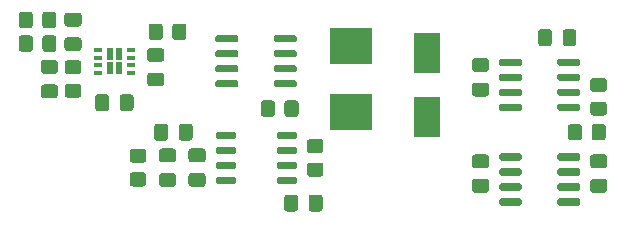
<source format=gtp>
G04 #@! TF.GenerationSoftware,KiCad,Pcbnew,(5.1.10)-1*
G04 #@! TF.CreationDate,2021-10-14T23:30:01+01:00*
G04 #@! TF.ProjectId,Battery,42617474-6572-4792-9e6b-696361645f70,rev?*
G04 #@! TF.SameCoordinates,Original*
G04 #@! TF.FileFunction,Paste,Top*
G04 #@! TF.FilePolarity,Positive*
%FSLAX46Y46*%
G04 Gerber Fmt 4.6, Leading zero omitted, Abs format (unit mm)*
G04 Created by KiCad (PCBNEW (5.1.10)-1) date 2021-10-14 23:30:01*
%MOMM*%
%LPD*%
G01*
G04 APERTURE LIST*
%ADD10R,0.650000X0.350000*%
%ADD11R,0.600000X1.000000*%
%ADD12R,3.600000X3.100000*%
%ADD13R,2.300000X3.500000*%
G04 APERTURE END LIST*
G36*
G01*
X196525000Y-49450000D02*
X197475000Y-49450000D01*
G75*
G02*
X197725000Y-49700000I0J-250000D01*
G01*
X197725000Y-50375000D01*
G75*
G02*
X197475000Y-50625000I-250000J0D01*
G01*
X196525000Y-50625000D01*
G75*
G02*
X196275000Y-50375000I0J250000D01*
G01*
X196275000Y-49700000D01*
G75*
G02*
X196525000Y-49450000I250000J0D01*
G01*
G37*
G36*
G01*
X196525000Y-47375000D02*
X197475000Y-47375000D01*
G75*
G02*
X197725000Y-47625000I0J-250000D01*
G01*
X197725000Y-48300000D01*
G75*
G02*
X197475000Y-48550000I-250000J0D01*
G01*
X196525000Y-48550000D01*
G75*
G02*
X196275000Y-48300000I0J250000D01*
G01*
X196275000Y-47625000D01*
G75*
G02*
X196525000Y-47375000I250000J0D01*
G01*
G37*
G36*
G01*
X238000000Y-51745000D02*
X238000000Y-51445000D01*
G75*
G02*
X238150000Y-51295000I150000J0D01*
G01*
X239800000Y-51295000D01*
G75*
G02*
X239950000Y-51445000I0J-150000D01*
G01*
X239950000Y-51745000D01*
G75*
G02*
X239800000Y-51895000I-150000J0D01*
G01*
X238150000Y-51895000D01*
G75*
G02*
X238000000Y-51745000I0J150000D01*
G01*
G37*
G36*
G01*
X238000000Y-53015000D02*
X238000000Y-52715000D01*
G75*
G02*
X238150000Y-52565000I150000J0D01*
G01*
X239800000Y-52565000D01*
G75*
G02*
X239950000Y-52715000I0J-150000D01*
G01*
X239950000Y-53015000D01*
G75*
G02*
X239800000Y-53165000I-150000J0D01*
G01*
X238150000Y-53165000D01*
G75*
G02*
X238000000Y-53015000I0J150000D01*
G01*
G37*
G36*
G01*
X238000000Y-54285000D02*
X238000000Y-53985000D01*
G75*
G02*
X238150000Y-53835000I150000J0D01*
G01*
X239800000Y-53835000D01*
G75*
G02*
X239950000Y-53985000I0J-150000D01*
G01*
X239950000Y-54285000D01*
G75*
G02*
X239800000Y-54435000I-150000J0D01*
G01*
X238150000Y-54435000D01*
G75*
G02*
X238000000Y-54285000I0J150000D01*
G01*
G37*
G36*
G01*
X238000000Y-55555000D02*
X238000000Y-55255000D01*
G75*
G02*
X238150000Y-55105000I150000J0D01*
G01*
X239800000Y-55105000D01*
G75*
G02*
X239950000Y-55255000I0J-150000D01*
G01*
X239950000Y-55555000D01*
G75*
G02*
X239800000Y-55705000I-150000J0D01*
G01*
X238150000Y-55705000D01*
G75*
G02*
X238000000Y-55555000I0J150000D01*
G01*
G37*
G36*
G01*
X233050000Y-55555000D02*
X233050000Y-55255000D01*
G75*
G02*
X233200000Y-55105000I150000J0D01*
G01*
X234850000Y-55105000D01*
G75*
G02*
X235000000Y-55255000I0J-150000D01*
G01*
X235000000Y-55555000D01*
G75*
G02*
X234850000Y-55705000I-150000J0D01*
G01*
X233200000Y-55705000D01*
G75*
G02*
X233050000Y-55555000I0J150000D01*
G01*
G37*
G36*
G01*
X233050000Y-54285000D02*
X233050000Y-53985000D01*
G75*
G02*
X233200000Y-53835000I150000J0D01*
G01*
X234850000Y-53835000D01*
G75*
G02*
X235000000Y-53985000I0J-150000D01*
G01*
X235000000Y-54285000D01*
G75*
G02*
X234850000Y-54435000I-150000J0D01*
G01*
X233200000Y-54435000D01*
G75*
G02*
X233050000Y-54285000I0J150000D01*
G01*
G37*
G36*
G01*
X233050000Y-53015000D02*
X233050000Y-52715000D01*
G75*
G02*
X233200000Y-52565000I150000J0D01*
G01*
X234850000Y-52565000D01*
G75*
G02*
X235000000Y-52715000I0J-150000D01*
G01*
X235000000Y-53015000D01*
G75*
G02*
X234850000Y-53165000I-150000J0D01*
G01*
X233200000Y-53165000D01*
G75*
G02*
X233050000Y-53015000I0J150000D01*
G01*
G37*
G36*
G01*
X233050000Y-51745000D02*
X233050000Y-51445000D01*
G75*
G02*
X233200000Y-51295000I150000J0D01*
G01*
X234850000Y-51295000D01*
G75*
G02*
X235000000Y-51445000I0J-150000D01*
G01*
X235000000Y-51745000D01*
G75*
G02*
X234850000Y-51895000I-150000J0D01*
G01*
X233200000Y-51895000D01*
G75*
G02*
X233050000Y-51745000I0J150000D01*
G01*
G37*
G36*
G01*
X238000000Y-59745000D02*
X238000000Y-59445000D01*
G75*
G02*
X238150000Y-59295000I150000J0D01*
G01*
X239800000Y-59295000D01*
G75*
G02*
X239950000Y-59445000I0J-150000D01*
G01*
X239950000Y-59745000D01*
G75*
G02*
X239800000Y-59895000I-150000J0D01*
G01*
X238150000Y-59895000D01*
G75*
G02*
X238000000Y-59745000I0J150000D01*
G01*
G37*
G36*
G01*
X238000000Y-61015000D02*
X238000000Y-60715000D01*
G75*
G02*
X238150000Y-60565000I150000J0D01*
G01*
X239800000Y-60565000D01*
G75*
G02*
X239950000Y-60715000I0J-150000D01*
G01*
X239950000Y-61015000D01*
G75*
G02*
X239800000Y-61165000I-150000J0D01*
G01*
X238150000Y-61165000D01*
G75*
G02*
X238000000Y-61015000I0J150000D01*
G01*
G37*
G36*
G01*
X238000000Y-62285000D02*
X238000000Y-61985000D01*
G75*
G02*
X238150000Y-61835000I150000J0D01*
G01*
X239800000Y-61835000D01*
G75*
G02*
X239950000Y-61985000I0J-150000D01*
G01*
X239950000Y-62285000D01*
G75*
G02*
X239800000Y-62435000I-150000J0D01*
G01*
X238150000Y-62435000D01*
G75*
G02*
X238000000Y-62285000I0J150000D01*
G01*
G37*
G36*
G01*
X238000000Y-63555000D02*
X238000000Y-63255000D01*
G75*
G02*
X238150000Y-63105000I150000J0D01*
G01*
X239800000Y-63105000D01*
G75*
G02*
X239950000Y-63255000I0J-150000D01*
G01*
X239950000Y-63555000D01*
G75*
G02*
X239800000Y-63705000I-150000J0D01*
G01*
X238150000Y-63705000D01*
G75*
G02*
X238000000Y-63555000I0J150000D01*
G01*
G37*
G36*
G01*
X233050000Y-63555000D02*
X233050000Y-63255000D01*
G75*
G02*
X233200000Y-63105000I150000J0D01*
G01*
X234850000Y-63105000D01*
G75*
G02*
X235000000Y-63255000I0J-150000D01*
G01*
X235000000Y-63555000D01*
G75*
G02*
X234850000Y-63705000I-150000J0D01*
G01*
X233200000Y-63705000D01*
G75*
G02*
X233050000Y-63555000I0J150000D01*
G01*
G37*
G36*
G01*
X233050000Y-62285000D02*
X233050000Y-61985000D01*
G75*
G02*
X233200000Y-61835000I150000J0D01*
G01*
X234850000Y-61835000D01*
G75*
G02*
X235000000Y-61985000I0J-150000D01*
G01*
X235000000Y-62285000D01*
G75*
G02*
X234850000Y-62435000I-150000J0D01*
G01*
X233200000Y-62435000D01*
G75*
G02*
X233050000Y-62285000I0J150000D01*
G01*
G37*
G36*
G01*
X233050000Y-61015000D02*
X233050000Y-60715000D01*
G75*
G02*
X233200000Y-60565000I150000J0D01*
G01*
X234850000Y-60565000D01*
G75*
G02*
X235000000Y-60715000I0J-150000D01*
G01*
X235000000Y-61015000D01*
G75*
G02*
X234850000Y-61165000I-150000J0D01*
G01*
X233200000Y-61165000D01*
G75*
G02*
X233050000Y-61015000I0J150000D01*
G01*
G37*
G36*
G01*
X233050000Y-59745000D02*
X233050000Y-59445000D01*
G75*
G02*
X233200000Y-59295000I150000J0D01*
G01*
X234850000Y-59295000D01*
G75*
G02*
X235000000Y-59445000I0J-150000D01*
G01*
X235000000Y-59745000D01*
G75*
G02*
X234850000Y-59895000I-150000J0D01*
G01*
X233200000Y-59895000D01*
G75*
G02*
X233050000Y-59745000I0J150000D01*
G01*
G37*
G36*
G01*
X214240000Y-57915000D02*
X214240000Y-57615000D01*
G75*
G02*
X214390000Y-57465000I150000J0D01*
G01*
X215840000Y-57465000D01*
G75*
G02*
X215990000Y-57615000I0J-150000D01*
G01*
X215990000Y-57915000D01*
G75*
G02*
X215840000Y-58065000I-150000J0D01*
G01*
X214390000Y-58065000D01*
G75*
G02*
X214240000Y-57915000I0J150000D01*
G01*
G37*
G36*
G01*
X214240000Y-59185000D02*
X214240000Y-58885000D01*
G75*
G02*
X214390000Y-58735000I150000J0D01*
G01*
X215840000Y-58735000D01*
G75*
G02*
X215990000Y-58885000I0J-150000D01*
G01*
X215990000Y-59185000D01*
G75*
G02*
X215840000Y-59335000I-150000J0D01*
G01*
X214390000Y-59335000D01*
G75*
G02*
X214240000Y-59185000I0J150000D01*
G01*
G37*
G36*
G01*
X214240000Y-60455000D02*
X214240000Y-60155000D01*
G75*
G02*
X214390000Y-60005000I150000J0D01*
G01*
X215840000Y-60005000D01*
G75*
G02*
X215990000Y-60155000I0J-150000D01*
G01*
X215990000Y-60455000D01*
G75*
G02*
X215840000Y-60605000I-150000J0D01*
G01*
X214390000Y-60605000D01*
G75*
G02*
X214240000Y-60455000I0J150000D01*
G01*
G37*
G36*
G01*
X214240000Y-61725000D02*
X214240000Y-61425000D01*
G75*
G02*
X214390000Y-61275000I150000J0D01*
G01*
X215840000Y-61275000D01*
G75*
G02*
X215990000Y-61425000I0J-150000D01*
G01*
X215990000Y-61725000D01*
G75*
G02*
X215840000Y-61875000I-150000J0D01*
G01*
X214390000Y-61875000D01*
G75*
G02*
X214240000Y-61725000I0J150000D01*
G01*
G37*
G36*
G01*
X209090000Y-61725000D02*
X209090000Y-61425000D01*
G75*
G02*
X209240000Y-61275000I150000J0D01*
G01*
X210690000Y-61275000D01*
G75*
G02*
X210840000Y-61425000I0J-150000D01*
G01*
X210840000Y-61725000D01*
G75*
G02*
X210690000Y-61875000I-150000J0D01*
G01*
X209240000Y-61875000D01*
G75*
G02*
X209090000Y-61725000I0J150000D01*
G01*
G37*
G36*
G01*
X209090000Y-60455000D02*
X209090000Y-60155000D01*
G75*
G02*
X209240000Y-60005000I150000J0D01*
G01*
X210690000Y-60005000D01*
G75*
G02*
X210840000Y-60155000I0J-150000D01*
G01*
X210840000Y-60455000D01*
G75*
G02*
X210690000Y-60605000I-150000J0D01*
G01*
X209240000Y-60605000D01*
G75*
G02*
X209090000Y-60455000I0J150000D01*
G01*
G37*
G36*
G01*
X209090000Y-59185000D02*
X209090000Y-58885000D01*
G75*
G02*
X209240000Y-58735000I150000J0D01*
G01*
X210690000Y-58735000D01*
G75*
G02*
X210840000Y-58885000I0J-150000D01*
G01*
X210840000Y-59185000D01*
G75*
G02*
X210690000Y-59335000I-150000J0D01*
G01*
X209240000Y-59335000D01*
G75*
G02*
X209090000Y-59185000I0J150000D01*
G01*
G37*
G36*
G01*
X209090000Y-57915000D02*
X209090000Y-57615000D01*
G75*
G02*
X209240000Y-57465000I150000J0D01*
G01*
X210690000Y-57465000D01*
G75*
G02*
X210840000Y-57615000I0J-150000D01*
G01*
X210840000Y-57915000D01*
G75*
G02*
X210690000Y-58065000I-150000J0D01*
G01*
X209240000Y-58065000D01*
G75*
G02*
X209090000Y-57915000I0J150000D01*
G01*
G37*
D10*
X199100000Y-50525000D03*
X199100000Y-51175000D03*
X199100000Y-51825000D03*
X199100000Y-52475000D03*
X201900000Y-52475000D03*
X201900000Y-51825000D03*
X201900000Y-51175000D03*
X201900000Y-50525000D03*
D11*
X200112500Y-52100000D03*
X200887500Y-52100000D03*
X200887500Y-50900000D03*
X200112500Y-50900000D03*
G36*
G01*
X241950001Y-54100000D02*
X241049999Y-54100000D01*
G75*
G02*
X240800000Y-53850001I0J249999D01*
G01*
X240800000Y-53149999D01*
G75*
G02*
X241049999Y-52900000I249999J0D01*
G01*
X241950001Y-52900000D01*
G75*
G02*
X242200000Y-53149999I0J-249999D01*
G01*
X242200000Y-53850001D01*
G75*
G02*
X241950001Y-54100000I-249999J0D01*
G01*
G37*
G36*
G01*
X241950001Y-56100000D02*
X241049999Y-56100000D01*
G75*
G02*
X240800000Y-55850001I0J249999D01*
G01*
X240800000Y-55149999D01*
G75*
G02*
X241049999Y-54900000I249999J0D01*
G01*
X241950001Y-54900000D01*
G75*
G02*
X242200000Y-55149999I0J-249999D01*
G01*
X242200000Y-55850001D01*
G75*
G02*
X241950001Y-56100000I-249999J0D01*
G01*
G37*
G36*
G01*
X240100000Y-57049999D02*
X240100000Y-57950001D01*
G75*
G02*
X239850001Y-58200000I-249999J0D01*
G01*
X239149999Y-58200000D01*
G75*
G02*
X238900000Y-57950001I0J249999D01*
G01*
X238900000Y-57049999D01*
G75*
G02*
X239149999Y-56800000I249999J0D01*
G01*
X239850001Y-56800000D01*
G75*
G02*
X240100000Y-57049999I0J-249999D01*
G01*
G37*
G36*
G01*
X242100000Y-57049999D02*
X242100000Y-57950001D01*
G75*
G02*
X241850001Y-58200000I-249999J0D01*
G01*
X241149999Y-58200000D01*
G75*
G02*
X240900000Y-57950001I0J249999D01*
G01*
X240900000Y-57049999D01*
G75*
G02*
X241149999Y-56800000I249999J0D01*
G01*
X241850001Y-56800000D01*
G75*
G02*
X242100000Y-57049999I0J-249999D01*
G01*
G37*
G36*
G01*
X212900000Y-55950001D02*
X212900000Y-55049999D01*
G75*
G02*
X213149999Y-54800000I249999J0D01*
G01*
X213850001Y-54800000D01*
G75*
G02*
X214100000Y-55049999I0J-249999D01*
G01*
X214100000Y-55950001D01*
G75*
G02*
X213850001Y-56200000I-249999J0D01*
G01*
X213149999Y-56200000D01*
G75*
G02*
X212900000Y-55950001I0J249999D01*
G01*
G37*
G36*
G01*
X214900000Y-55950001D02*
X214900000Y-55049999D01*
G75*
G02*
X215149999Y-54800000I249999J0D01*
G01*
X215850001Y-54800000D01*
G75*
G02*
X216100000Y-55049999I0J-249999D01*
G01*
X216100000Y-55950001D01*
G75*
G02*
X215850001Y-56200000I-249999J0D01*
G01*
X215149999Y-56200000D01*
G75*
G02*
X214900000Y-55950001I0J249999D01*
G01*
G37*
G36*
G01*
X206600000Y-48549999D02*
X206600000Y-49450001D01*
G75*
G02*
X206350001Y-49700000I-249999J0D01*
G01*
X205649999Y-49700000D01*
G75*
G02*
X205400000Y-49450001I0J249999D01*
G01*
X205400000Y-48549999D01*
G75*
G02*
X205649999Y-48300000I249999J0D01*
G01*
X206350001Y-48300000D01*
G75*
G02*
X206600000Y-48549999I0J-249999D01*
G01*
G37*
G36*
G01*
X204600000Y-48549999D02*
X204600000Y-49450001D01*
G75*
G02*
X204350001Y-49700000I-249999J0D01*
G01*
X203649999Y-49700000D01*
G75*
G02*
X203400000Y-49450001I0J249999D01*
G01*
X203400000Y-48549999D01*
G75*
G02*
X203649999Y-48300000I249999J0D01*
G01*
X204350001Y-48300000D01*
G75*
G02*
X204600000Y-48549999I0J-249999D01*
G01*
G37*
G36*
G01*
X202049999Y-58900000D02*
X202950001Y-58900000D01*
G75*
G02*
X203200000Y-59149999I0J-249999D01*
G01*
X203200000Y-59850001D01*
G75*
G02*
X202950001Y-60100000I-249999J0D01*
G01*
X202049999Y-60100000D01*
G75*
G02*
X201800000Y-59850001I0J249999D01*
G01*
X201800000Y-59149999D01*
G75*
G02*
X202049999Y-58900000I249999J0D01*
G01*
G37*
G36*
G01*
X202049999Y-60900000D02*
X202950001Y-60900000D01*
G75*
G02*
X203200000Y-61149999I0J-249999D01*
G01*
X203200000Y-61850001D01*
G75*
G02*
X202950001Y-62100000I-249999J0D01*
G01*
X202049999Y-62100000D01*
G75*
G02*
X201800000Y-61850001I0J249999D01*
G01*
X201800000Y-61149999D01*
G75*
G02*
X202049999Y-60900000I249999J0D01*
G01*
G37*
G36*
G01*
X197450001Y-54600000D02*
X196549999Y-54600000D01*
G75*
G02*
X196300000Y-54350001I0J249999D01*
G01*
X196300000Y-53649999D01*
G75*
G02*
X196549999Y-53400000I249999J0D01*
G01*
X197450001Y-53400000D01*
G75*
G02*
X197700000Y-53649999I0J-249999D01*
G01*
X197700000Y-54350001D01*
G75*
G02*
X197450001Y-54600000I-249999J0D01*
G01*
G37*
G36*
G01*
X197450001Y-52600000D02*
X196549999Y-52600000D01*
G75*
G02*
X196300000Y-52350001I0J249999D01*
G01*
X196300000Y-51649999D01*
G75*
G02*
X196549999Y-51400000I249999J0D01*
G01*
X197450001Y-51400000D01*
G75*
G02*
X197700000Y-51649999I0J-249999D01*
G01*
X197700000Y-52350001D01*
G75*
G02*
X197450001Y-52600000I-249999J0D01*
G01*
G37*
G36*
G01*
X192400000Y-50450001D02*
X192400000Y-49549999D01*
G75*
G02*
X192649999Y-49300000I249999J0D01*
G01*
X193350001Y-49300000D01*
G75*
G02*
X193600000Y-49549999I0J-249999D01*
G01*
X193600000Y-50450001D01*
G75*
G02*
X193350001Y-50700000I-249999J0D01*
G01*
X192649999Y-50700000D01*
G75*
G02*
X192400000Y-50450001I0J249999D01*
G01*
G37*
G36*
G01*
X194400000Y-50450001D02*
X194400000Y-49549999D01*
G75*
G02*
X194649999Y-49300000I249999J0D01*
G01*
X195350001Y-49300000D01*
G75*
G02*
X195600000Y-49549999I0J-249999D01*
G01*
X195600000Y-50450001D01*
G75*
G02*
X195350001Y-50700000I-249999J0D01*
G01*
X194649999Y-50700000D01*
G75*
G02*
X194400000Y-50450001I0J249999D01*
G01*
G37*
G36*
G01*
X192400000Y-48450001D02*
X192400000Y-47549999D01*
G75*
G02*
X192649999Y-47300000I249999J0D01*
G01*
X193350001Y-47300000D01*
G75*
G02*
X193600000Y-47549999I0J-249999D01*
G01*
X193600000Y-48450001D01*
G75*
G02*
X193350001Y-48700000I-249999J0D01*
G01*
X192649999Y-48700000D01*
G75*
G02*
X192400000Y-48450001I0J249999D01*
G01*
G37*
G36*
G01*
X194400000Y-48450001D02*
X194400000Y-47549999D01*
G75*
G02*
X194649999Y-47300000I249999J0D01*
G01*
X195350001Y-47300000D01*
G75*
G02*
X195600000Y-47549999I0J-249999D01*
G01*
X195600000Y-48450001D01*
G75*
G02*
X195350001Y-48700000I-249999J0D01*
G01*
X194649999Y-48700000D01*
G75*
G02*
X194400000Y-48450001I0J249999D01*
G01*
G37*
G36*
G01*
X217950001Y-61270000D02*
X217049999Y-61270000D01*
G75*
G02*
X216800000Y-61020001I0J249999D01*
G01*
X216800000Y-60319999D01*
G75*
G02*
X217049999Y-60070000I249999J0D01*
G01*
X217950001Y-60070000D01*
G75*
G02*
X218200000Y-60319999I0J-249999D01*
G01*
X218200000Y-61020001D01*
G75*
G02*
X217950001Y-61270000I-249999J0D01*
G01*
G37*
G36*
G01*
X217950001Y-59270000D02*
X217049999Y-59270000D01*
G75*
G02*
X216800000Y-59020001I0J249999D01*
G01*
X216800000Y-58319999D01*
G75*
G02*
X217049999Y-58070000I249999J0D01*
G01*
X217950001Y-58070000D01*
G75*
G02*
X218200000Y-58319999I0J-249999D01*
G01*
X218200000Y-59020001D01*
G75*
G02*
X217950001Y-59270000I-249999J0D01*
G01*
G37*
G36*
G01*
X209050000Y-49745000D02*
X209050000Y-49445000D01*
G75*
G02*
X209200000Y-49295000I150000J0D01*
G01*
X210850000Y-49295000D01*
G75*
G02*
X211000000Y-49445000I0J-150000D01*
G01*
X211000000Y-49745000D01*
G75*
G02*
X210850000Y-49895000I-150000J0D01*
G01*
X209200000Y-49895000D01*
G75*
G02*
X209050000Y-49745000I0J150000D01*
G01*
G37*
G36*
G01*
X209050000Y-51015000D02*
X209050000Y-50715000D01*
G75*
G02*
X209200000Y-50565000I150000J0D01*
G01*
X210850000Y-50565000D01*
G75*
G02*
X211000000Y-50715000I0J-150000D01*
G01*
X211000000Y-51015000D01*
G75*
G02*
X210850000Y-51165000I-150000J0D01*
G01*
X209200000Y-51165000D01*
G75*
G02*
X209050000Y-51015000I0J150000D01*
G01*
G37*
G36*
G01*
X209050000Y-52285000D02*
X209050000Y-51985000D01*
G75*
G02*
X209200000Y-51835000I150000J0D01*
G01*
X210850000Y-51835000D01*
G75*
G02*
X211000000Y-51985000I0J-150000D01*
G01*
X211000000Y-52285000D01*
G75*
G02*
X210850000Y-52435000I-150000J0D01*
G01*
X209200000Y-52435000D01*
G75*
G02*
X209050000Y-52285000I0J150000D01*
G01*
G37*
G36*
G01*
X209050000Y-53555000D02*
X209050000Y-53255000D01*
G75*
G02*
X209200000Y-53105000I150000J0D01*
G01*
X210850000Y-53105000D01*
G75*
G02*
X211000000Y-53255000I0J-150000D01*
G01*
X211000000Y-53555000D01*
G75*
G02*
X210850000Y-53705000I-150000J0D01*
G01*
X209200000Y-53705000D01*
G75*
G02*
X209050000Y-53555000I0J150000D01*
G01*
G37*
G36*
G01*
X214000000Y-53555000D02*
X214000000Y-53255000D01*
G75*
G02*
X214150000Y-53105000I150000J0D01*
G01*
X215800000Y-53105000D01*
G75*
G02*
X215950000Y-53255000I0J-150000D01*
G01*
X215950000Y-53555000D01*
G75*
G02*
X215800000Y-53705000I-150000J0D01*
G01*
X214150000Y-53705000D01*
G75*
G02*
X214000000Y-53555000I0J150000D01*
G01*
G37*
G36*
G01*
X214000000Y-52285000D02*
X214000000Y-51985000D01*
G75*
G02*
X214150000Y-51835000I150000J0D01*
G01*
X215800000Y-51835000D01*
G75*
G02*
X215950000Y-51985000I0J-150000D01*
G01*
X215950000Y-52285000D01*
G75*
G02*
X215800000Y-52435000I-150000J0D01*
G01*
X214150000Y-52435000D01*
G75*
G02*
X214000000Y-52285000I0J150000D01*
G01*
G37*
G36*
G01*
X214000000Y-51015000D02*
X214000000Y-50715000D01*
G75*
G02*
X214150000Y-50565000I150000J0D01*
G01*
X215800000Y-50565000D01*
G75*
G02*
X215950000Y-50715000I0J-150000D01*
G01*
X215950000Y-51015000D01*
G75*
G02*
X215800000Y-51165000I-150000J0D01*
G01*
X214150000Y-51165000D01*
G75*
G02*
X214000000Y-51015000I0J150000D01*
G01*
G37*
G36*
G01*
X214000000Y-49745000D02*
X214000000Y-49445000D01*
G75*
G02*
X214150000Y-49295000I150000J0D01*
G01*
X215800000Y-49295000D01*
G75*
G02*
X215950000Y-49445000I0J-150000D01*
G01*
X215950000Y-49745000D01*
G75*
G02*
X215800000Y-49895000I-150000J0D01*
G01*
X214150000Y-49895000D01*
G75*
G02*
X214000000Y-49745000I0J150000D01*
G01*
G37*
D12*
X220500000Y-55800000D03*
X220500000Y-50200000D03*
D13*
X227000000Y-56200000D03*
X227000000Y-50800000D03*
G36*
G01*
X239625000Y-49025000D02*
X239625000Y-49975000D01*
G75*
G02*
X239375000Y-50225000I-250000J0D01*
G01*
X238700000Y-50225000D01*
G75*
G02*
X238450000Y-49975000I0J250000D01*
G01*
X238450000Y-49025000D01*
G75*
G02*
X238700000Y-48775000I250000J0D01*
G01*
X239375000Y-48775000D01*
G75*
G02*
X239625000Y-49025000I0J-250000D01*
G01*
G37*
G36*
G01*
X237550000Y-49025000D02*
X237550000Y-49975000D01*
G75*
G02*
X237300000Y-50225000I-250000J0D01*
G01*
X236625000Y-50225000D01*
G75*
G02*
X236375000Y-49975000I0J250000D01*
G01*
X236375000Y-49025000D01*
G75*
G02*
X236625000Y-48775000I250000J0D01*
G01*
X237300000Y-48775000D01*
G75*
G02*
X237550000Y-49025000I0J-250000D01*
G01*
G37*
G36*
G01*
X241025000Y-59375000D02*
X241975000Y-59375000D01*
G75*
G02*
X242225000Y-59625000I0J-250000D01*
G01*
X242225000Y-60300000D01*
G75*
G02*
X241975000Y-60550000I-250000J0D01*
G01*
X241025000Y-60550000D01*
G75*
G02*
X240775000Y-60300000I0J250000D01*
G01*
X240775000Y-59625000D01*
G75*
G02*
X241025000Y-59375000I250000J0D01*
G01*
G37*
G36*
G01*
X241025000Y-61450000D02*
X241975000Y-61450000D01*
G75*
G02*
X242225000Y-61700000I0J-250000D01*
G01*
X242225000Y-62375000D01*
G75*
G02*
X241975000Y-62625000I-250000J0D01*
G01*
X241025000Y-62625000D01*
G75*
G02*
X240775000Y-62375000I0J250000D01*
G01*
X240775000Y-61700000D01*
G75*
G02*
X241025000Y-61450000I250000J0D01*
G01*
G37*
G36*
G01*
X231025000Y-51225000D02*
X231975000Y-51225000D01*
G75*
G02*
X232225000Y-51475000I0J-250000D01*
G01*
X232225000Y-52150000D01*
G75*
G02*
X231975000Y-52400000I-250000J0D01*
G01*
X231025000Y-52400000D01*
G75*
G02*
X230775000Y-52150000I0J250000D01*
G01*
X230775000Y-51475000D01*
G75*
G02*
X231025000Y-51225000I250000J0D01*
G01*
G37*
G36*
G01*
X231025000Y-53300000D02*
X231975000Y-53300000D01*
G75*
G02*
X232225000Y-53550000I0J-250000D01*
G01*
X232225000Y-54225000D01*
G75*
G02*
X231975000Y-54475000I-250000J0D01*
G01*
X231025000Y-54475000D01*
G75*
G02*
X230775000Y-54225000I0J250000D01*
G01*
X230775000Y-53550000D01*
G75*
G02*
X231025000Y-53300000I250000J0D01*
G01*
G37*
G36*
G01*
X231025000Y-59375000D02*
X231975000Y-59375000D01*
G75*
G02*
X232225000Y-59625000I0J-250000D01*
G01*
X232225000Y-60300000D01*
G75*
G02*
X231975000Y-60550000I-250000J0D01*
G01*
X231025000Y-60550000D01*
G75*
G02*
X230775000Y-60300000I0J250000D01*
G01*
X230775000Y-59625000D01*
G75*
G02*
X231025000Y-59375000I250000J0D01*
G01*
G37*
G36*
G01*
X231025000Y-61450000D02*
X231975000Y-61450000D01*
G75*
G02*
X232225000Y-61700000I0J-250000D01*
G01*
X232225000Y-62375000D01*
G75*
G02*
X231975000Y-62625000I-250000J0D01*
G01*
X231025000Y-62625000D01*
G75*
G02*
X230775000Y-62375000I0J250000D01*
G01*
X230775000Y-61700000D01*
G75*
G02*
X231025000Y-61450000I250000J0D01*
G01*
G37*
G36*
G01*
X203525000Y-52450000D02*
X204475000Y-52450000D01*
G75*
G02*
X204725000Y-52700000I0J-250000D01*
G01*
X204725000Y-53375000D01*
G75*
G02*
X204475000Y-53625000I-250000J0D01*
G01*
X203525000Y-53625000D01*
G75*
G02*
X203275000Y-53375000I0J250000D01*
G01*
X203275000Y-52700000D01*
G75*
G02*
X203525000Y-52450000I250000J0D01*
G01*
G37*
G36*
G01*
X203525000Y-50375000D02*
X204475000Y-50375000D01*
G75*
G02*
X204725000Y-50625000I0J-250000D01*
G01*
X204725000Y-51300000D01*
G75*
G02*
X204475000Y-51550000I-250000J0D01*
G01*
X203525000Y-51550000D01*
G75*
G02*
X203275000Y-51300000I0J250000D01*
G01*
X203275000Y-50625000D01*
G75*
G02*
X203525000Y-50375000I250000J0D01*
G01*
G37*
G36*
G01*
X207025000Y-60950000D02*
X207975000Y-60950000D01*
G75*
G02*
X208225000Y-61200000I0J-250000D01*
G01*
X208225000Y-61875000D01*
G75*
G02*
X207975000Y-62125000I-250000J0D01*
G01*
X207025000Y-62125000D01*
G75*
G02*
X206775000Y-61875000I0J250000D01*
G01*
X206775000Y-61200000D01*
G75*
G02*
X207025000Y-60950000I250000J0D01*
G01*
G37*
G36*
G01*
X207025000Y-58875000D02*
X207975000Y-58875000D01*
G75*
G02*
X208225000Y-59125000I0J-250000D01*
G01*
X208225000Y-59800000D01*
G75*
G02*
X207975000Y-60050000I-250000J0D01*
G01*
X207025000Y-60050000D01*
G75*
G02*
X206775000Y-59800000I0J250000D01*
G01*
X206775000Y-59125000D01*
G75*
G02*
X207025000Y-58875000I250000J0D01*
G01*
G37*
G36*
G01*
X204525000Y-60950000D02*
X205475000Y-60950000D01*
G75*
G02*
X205725000Y-61200000I0J-250000D01*
G01*
X205725000Y-61875000D01*
G75*
G02*
X205475000Y-62125000I-250000J0D01*
G01*
X204525000Y-62125000D01*
G75*
G02*
X204275000Y-61875000I0J250000D01*
G01*
X204275000Y-61200000D01*
G75*
G02*
X204525000Y-60950000I250000J0D01*
G01*
G37*
G36*
G01*
X204525000Y-58875000D02*
X205475000Y-58875000D01*
G75*
G02*
X205725000Y-59125000I0J-250000D01*
G01*
X205725000Y-59800000D01*
G75*
G02*
X205475000Y-60050000I-250000J0D01*
G01*
X204525000Y-60050000D01*
G75*
G02*
X204275000Y-59800000I0J250000D01*
G01*
X204275000Y-59125000D01*
G75*
G02*
X204525000Y-58875000I250000J0D01*
G01*
G37*
G36*
G01*
X200950000Y-55475000D02*
X200950000Y-54525000D01*
G75*
G02*
X201200000Y-54275000I250000J0D01*
G01*
X201875000Y-54275000D01*
G75*
G02*
X202125000Y-54525000I0J-250000D01*
G01*
X202125000Y-55475000D01*
G75*
G02*
X201875000Y-55725000I-250000J0D01*
G01*
X201200000Y-55725000D01*
G75*
G02*
X200950000Y-55475000I0J250000D01*
G01*
G37*
G36*
G01*
X198875000Y-55475000D02*
X198875000Y-54525000D01*
G75*
G02*
X199125000Y-54275000I250000J0D01*
G01*
X199800000Y-54275000D01*
G75*
G02*
X200050000Y-54525000I0J-250000D01*
G01*
X200050000Y-55475000D01*
G75*
G02*
X199800000Y-55725000I-250000J0D01*
G01*
X199125000Y-55725000D01*
G75*
G02*
X198875000Y-55475000I0J250000D01*
G01*
G37*
G36*
G01*
X205050000Y-57025000D02*
X205050000Y-57975000D01*
G75*
G02*
X204800000Y-58225000I-250000J0D01*
G01*
X204125000Y-58225000D01*
G75*
G02*
X203875000Y-57975000I0J250000D01*
G01*
X203875000Y-57025000D01*
G75*
G02*
X204125000Y-56775000I250000J0D01*
G01*
X204800000Y-56775000D01*
G75*
G02*
X205050000Y-57025000I0J-250000D01*
G01*
G37*
G36*
G01*
X207125000Y-57025000D02*
X207125000Y-57975000D01*
G75*
G02*
X206875000Y-58225000I-250000J0D01*
G01*
X206200000Y-58225000D01*
G75*
G02*
X205950000Y-57975000I0J250000D01*
G01*
X205950000Y-57025000D01*
G75*
G02*
X206200000Y-56775000I250000J0D01*
G01*
X206875000Y-56775000D01*
G75*
G02*
X207125000Y-57025000I0J-250000D01*
G01*
G37*
G36*
G01*
X194525000Y-53450000D02*
X195475000Y-53450000D01*
G75*
G02*
X195725000Y-53700000I0J-250000D01*
G01*
X195725000Y-54375000D01*
G75*
G02*
X195475000Y-54625000I-250000J0D01*
G01*
X194525000Y-54625000D01*
G75*
G02*
X194275000Y-54375000I0J250000D01*
G01*
X194275000Y-53700000D01*
G75*
G02*
X194525000Y-53450000I250000J0D01*
G01*
G37*
G36*
G01*
X194525000Y-51375000D02*
X195475000Y-51375000D01*
G75*
G02*
X195725000Y-51625000I0J-250000D01*
G01*
X195725000Y-52300000D01*
G75*
G02*
X195475000Y-52550000I-250000J0D01*
G01*
X194525000Y-52550000D01*
G75*
G02*
X194275000Y-52300000I0J250000D01*
G01*
X194275000Y-51625000D01*
G75*
G02*
X194525000Y-51375000I250000J0D01*
G01*
G37*
G36*
G01*
X216050000Y-63025000D02*
X216050000Y-63975000D01*
G75*
G02*
X215800000Y-64225000I-250000J0D01*
G01*
X215125000Y-64225000D01*
G75*
G02*
X214875000Y-63975000I0J250000D01*
G01*
X214875000Y-63025000D01*
G75*
G02*
X215125000Y-62775000I250000J0D01*
G01*
X215800000Y-62775000D01*
G75*
G02*
X216050000Y-63025000I0J-250000D01*
G01*
G37*
G36*
G01*
X218125000Y-63025000D02*
X218125000Y-63975000D01*
G75*
G02*
X217875000Y-64225000I-250000J0D01*
G01*
X217200000Y-64225000D01*
G75*
G02*
X216950000Y-63975000I0J250000D01*
G01*
X216950000Y-63025000D01*
G75*
G02*
X217200000Y-62775000I250000J0D01*
G01*
X217875000Y-62775000D01*
G75*
G02*
X218125000Y-63025000I0J-250000D01*
G01*
G37*
M02*

</source>
